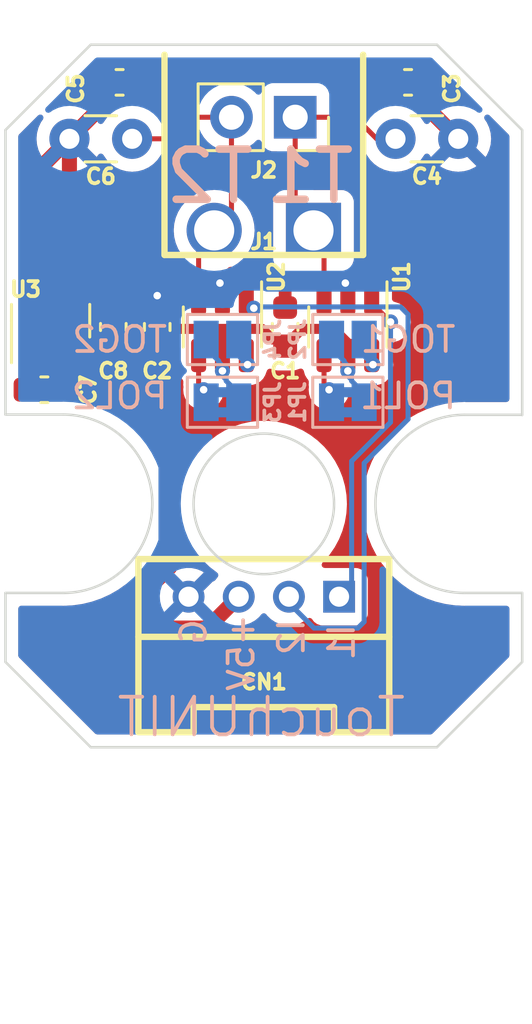
<source format=kicad_pcb>
(kicad_pcb (version 20211014) (generator pcbnew)
  (layers (0 "F.Cu" signal) (31 "B.Cu" signal) (34 "B.Paste" user) (35 "F.Paste" user) (36 "B.SilkS" user "B.Silkscreen") (37 "F.SilkS" user "F.Silkscreen") (38 "B.Mask" user) (39 "F.Mask" user) (44 "Edge.Cuts" user))
  (net 0 "")
  (net 1 "GND")
  (net 2 "VDD")
  (net 3 "/TOUCH1")
  (net 4 "/TOUCH2")
  (net 5 "/BTN1")
  (net 6 "/BTN2")
  (net 7 "Net-(JP1-Pad1)")
  (net 8 "Net-(JP2-Pad2)")
  (net 9 "Net-(JP3-Pad1)")
  (net 10 "Net-(JP4-Pad2)")
  (net 11 "+3V3")
  (footprint "akita:CON_GROVE_H" (layer "F.Cu") (at 0 22 180)
    (fp_text reference "CN1" (at -1 -3.75) (layer "F.SilkS") (effects (font (size 0.6 0.6)) (justify right bottom)))
    (fp_text value "CON_GROVE")
    (fp_line (start 2.8 -5.4) (end 5 -5.4) (layer "F.SilkS") (width 0.254))
    (fp_line (start 5 1.5) (end 5 -1.6) (layer "F.SilkS") (width 0.254))
    (fp_line (start 5 -1.6) (end 5 -5.4) (layer "F.SilkS") (width 0.254))
    (fp_line (start -5 -1.6) (end 5 -1.6) (layer "F.SilkS") (width 0.254))
    (fp_line (start -5 -5.4) (end -5 -1.6) (layer "F.SilkS") (width 0.254))
    (fp_line (start -2.8 -5.4) (end -2.8 -4.4) (layer "F.SilkS") (width 0.254))
    (fp_line (start -5 -1.6) (end -5 1.5) (layer "F.SilkS") (width 0.254))
    (fp_line (start -5 -5.4) (end -2.8 -5.4) (layer "F.SilkS") (width 0.254))
    (fp_line (start 2.8 -4.4) (end 2.8 -5.4) (layer "F.SilkS") (width 0.254))
    (fp_line (start -5 1.5) (end 5 1.5) (layer "F.SilkS") (width 0.254))
    (fp_line (start -5 -1) (end -5 1) (layer "F.SilkS") (width 0.127))
    (fp_line (start -2.8 -4.4) (end 2.8 -4.4) (layer "F.SilkS") (width 0.254))
    (pad "1" thru_hole rect (at -3 0 180) (size 1.27 1.27) (drill 0.8) (layers *.Cu *.Mask) (net 5 "/BTN1"))
    (pad "2" thru_hole circle (at -1 0 180) (size 1.27 1.27) (drill 0.8) (layers *.Cu *.Mask) (net 6 "/BTN2"))
    (pad "3" thru_hole circle (at 1 0 180) (size 1.27 1.27) (drill 0.8) (layers *.Cu *.Mask) (net 2 "VDD"))
    (pad "4" thru_hole circle (at 3 0 180) (size 1.27 1.27) (drill 0.8) (layers *.Cu *.Mask) (net 1 "GND"))
  )
  (footprint "Capacitor_SMD:C_0603_1608Metric" (layer "F.Cu") (at -4.25 11.25 90)
    (fp_text reference "C2" (at -1.75 0 180) (layer "F.SilkS") (effects (font (size 0.6 0.6))))
    (fp_text value "0.1u")
    (fp_line (start -0.14058 -0.51) (end 0.14058 -0.51) (layer "F.SilkS") (width 0.12))
    (fp_line (start -0.14058 0.51) (end 0.14058 0.51) (layer "F.SilkS") (width 0.12))
    (pad "1" smd roundrect locked (at -0.775 0 90) (size 0.9 0.95) (layers "F.Cu" "F.Paste" "F.Mask") (net 11 "+3V3"))
    (pad "2" smd roundrect locked (at 0.775 0 90) (size 0.9 0.95) (layers "F.Cu" "F.Paste" "F.Mask") (net 1 "GND"))
  )
  (footprint "Capacitor_SMD:C_0603_1608Metric" (layer "F.Cu") (at -6 11.25 90)
    (fp_text reference "C8" (at -1.75 0 180) (layer "F.SilkS") (effects (font (size 0.6 0.6))))
    (fp_text value "10u")
    (fp_line (start -0.14058 -0.51) (end 0.14058 -0.51) (layer "F.SilkS") (width 0.12))
    (fp_line (start -0.14058 0.51) (end 0.14058 0.51) (layer "F.SilkS") (width 0.12))
    (pad "1" smd roundrect locked (at -0.775 0 90) (size 0.9 0.95) (layers "F.Cu" "F.Paste" "F.Mask") (net 11 "+3V3"))
    (pad "2" smd roundrect locked (at 0.775 0 90) (size 0.9 0.95) (layers "F.Cu" "F.Paste" "F.Mask") (net 1 "GND"))
  )
  (footprint "Package_TO_SOT_SMD:SOT-23-6" (layer "F.Cu") (at 3.35 11.25 -90)
    (fp_text reference "U1" (at -2 -2.15 -90) (layer "F.SilkS") (effects (font (size 0.6 0.6))))
    (fp_text value "TTP223")
    (fp_line (start 0 -1.56) (end 0.8 -1.56) (layer "F.SilkS") (width 0.12))
    (fp_line (start 0 1.56) (end 0.8 1.56) (layer "F.SilkS") (width 0.12))
    (fp_line (start 0 -1.56) (end -1.8 -1.56) (layer "F.SilkS") (width 0.12))
    (fp_line (start 0 1.56) (end -0.8 1.56) (layer "F.SilkS") (width 0.12))
    (pad "1" smd roundrect locked (at -1.1375 -0.95 270) (size 1.325 0.6) (layers "F.Cu" "F.Paste" "F.Mask") (net 5 "/BTN1"))
    (pad "2" smd roundrect locked (at -1.1375 0 270) (size 1.325 0.6) (layers "F.Cu" "F.Paste" "F.Mask") (net 1 "GND"))
    (pad "3" smd roundrect locked (at -1.1375 0.95 270) (size 1.325 0.6) (layers "F.Cu" "F.Paste" "F.Mask") (net 3 "/TOUCH1"))
    (pad "4" smd roundrect locked (at 1.1375 0.95 270) (size 1.325 0.6) (layers "F.Cu" "F.Paste" "F.Mask") (net 7 "Net-(JP1-Pad1)"))
    (pad "5" smd roundrect locked (at 1.1375 0 270) (size 1.325 0.6) (layers "F.Cu" "F.Paste" "F.Mask") (net 11 "+3V3"))
    (pad "6" smd roundrect locked (at 1.1375 -0.95 270) (size 1.325 0.6) (layers "F.Cu" "F.Paste" "F.Mask") (net 8 "Net-(JP2-Pad2)"))
  )
  (footprint "Capacitor_SMD:C_0603_1608Metric" (layer "F.Cu") (at 5.75 1.5)
    (fp_text reference "C3" (at 1.75 0.25 90) (layer "F.SilkS") (effects (font (size 0.6 0.6))))
    (fp_text value "TBD")
    (fp_line (start -0.14058 -0.51) (end 0.14058 -0.51) (layer "F.SilkS") (width 0.12))
    (fp_line (start -0.14058 0.51) (end 0.14058 0.51) (layer "F.SilkS") (width 0.12))
    (pad "1" smd roundrect locked (at -0.775 0) (size 0.9 0.95) (layers "F.Cu" "F.Paste" "F.Mask") (net 3 "/TOUCH1"))
    (pad "2" smd roundrect locked (at 0.775 0) (size 0.9 0.95) (layers "F.Cu" "F.Paste" "F.Mask") (net 1 "GND"))
  )
  (footprint "Capacitor_SMD:C_0603_1608Metric" (layer "F.Cu") (at 0.85 11.25 90)
    (fp_text reference "C1" (at -1.75 0 180) (layer "F.SilkS") (effects (font (size 0.6 0.6))))
    (fp_text value "0.1u")
    (fp_line (start -0.14058 -0.51) (end 0.14058 -0.51) (layer "F.SilkS") (width 0.12))
    (fp_line (start -0.14058 0.51) (end 0.14058 0.51) (layer "F.SilkS") (width 0.12))
    (pad "1" smd roundrect locked (at -0.775 0 90) (size 0.9 0.95) (layers "F.Cu" "F.Paste" "F.Mask") (net 11 "+3V3"))
    (pad "2" smd roundrect locked (at 0.775 0 90) (size 0.9 0.95) (layers "F.Cu" "F.Paste" "F.Mask") (net 1 "GND"))
  )
  (footprint "akita:CON_HT396R_2P" (layer "F.Cu") (at 0 7.4 180)
    (fp_text reference "J1" (at 0 -0.1) (layer "F.SilkS") (effects (font (size 0.6 0.6)) (justify top)))
    (fp_text value "Conn_01x02" hide)
    (fp_line (start 3.96 -0.98) (end 3.96 7) (layer "F.SilkS") (width 0.254))
    (fp_line (start -3.96 7) (end -3.96 -0.98) (layer "F.SilkS") (width 0.254))
    (fp_line (start -3.96 -0.98) (end 3.96 -0.98) (layer "F.SilkS") (width 0.254))
    (pad "1" thru_hole rect (at -1.98 0 180) (size 2.2 2.2) (drill 1.6) (layers *.Cu *.Mask) (net 3 "/TOUCH1"))
    (pad "2" thru_hole circle (at 1.98 0 180) (size 2.2 2.2) (drill 1.6) (layers *.Cu *.Mask) (net 4 "/TOUCH2"))
  )
  (footprint "Capacitor_SMD:C_0603_1608Metric" (layer "F.Cu") (at -5.75 1.5 180)
    (fp_text reference "C5" (at 1.75 -0.25 90) (layer "F.SilkS") (effects (font (size 0.6 0.6))))
    (fp_text value "TBD")
    (fp_line (start -0.14058 0.51) (end 0.14058 0.51) (layer "F.SilkS") (width 0.12))
    (fp_line (start -0.14058 -0.51) (end 0.14058 -0.51) (layer "F.SilkS") (width 0.12))
    (pad "1" smd roundrect locked (at -0.775 0 180) (size 0.9 0.95) (layers "F.Cu" "F.Paste" "F.Mask") (net 4 "/TOUCH2"))
    (pad "2" smd roundrect locked (at 0.775 0 180) (size 0.9 0.95) (layers "F.Cu" "F.Paste" "F.Mask") (net 1 "GND"))
  )
  (footprint "Package_TO_SOT_SMD:SOT-23" (layer "F.Cu") (at -8.5 11 90)
    (fp_text reference "U3" (at 1.25 -1 180) (layer "F.SilkS") (effects (font (size 0.6 0.6))))
    (fp_text value "LDO_3p_GOI")
    (fp_line (start 0 1.56) (end -0.65 1.56) (layer "F.SilkS") (width 0.12))
    (fp_line (start 0 -1.56) (end -1.675 -1.56) (layer "F.SilkS") (width 0.12))
    (fp_line (start 0 -1.56) (end 0.65 -1.56) (layer "F.SilkS") (width 0.12))
    (fp_line (start 0 1.56) (end 0.65 1.56) (layer "F.SilkS") (width 0.12))
    (pad "1" smd roundrect locked (at -0.9375 -0.95 90) (size 1.475 0.6) (layers "F.Cu" "F.Paste" "F.Mask") (net 1 "GND"))
    (pad "2" smd roundrect locked (at -0.9375 0.95 90) (size 1.475 0.6) (layers "F.Cu" "F.Paste" "F.Mask") (net 11 "+3V3"))
    (pad "3" smd roundrect locked (at 0.9375 0 90) (size 1.475 0.6) (layers "F.Cu" "F.Paste" "F.Mask") (net 2 "VDD"))
  )
  (footprint "Capacitor_SMD:C_0603_1608Metric" (layer "F.Cu") (at -8.75 13.75 180)
    (fp_text reference "C7" (at -1.75 0 90) (layer "F.SilkS") (effects (font (size 0.6 0.6))))
    (fp_text value "0.1u")
    (fp_line (start -0.14058 -0.51) (end 0.14058 -0.51) (layer "F.SilkS") (width 0.12))
    (fp_line (start -0.14058 0.51) (end 0.14058 0.51) (layer "F.SilkS") (width 0.12))
    (pad "1" smd roundrect locked (at -0.775 0 180) (size 0.9 0.95) (layers "F.Cu" "F.Paste" "F.Mask") (net 2 "VDD"))
    (pad "2" smd roundrect locked (at 0.775 0 180) (size 0.9 0.95) (layers "F.Cu" "F.Paste" "F.Mask") (net 1 "GND"))
  )
  (footprint "Package_TO_SOT_SMD:SOT-23-6" (layer "F.Cu") (at -1.65 11.25 -90)
    (fp_text reference "U2" (at -2 -2.15 90) (layer "F.SilkS") (effects (font (size 0.6 0.6))))
    (fp_text value "TTP223")
    (fp_line (start 0 -1.56) (end -1.8 -1.56) (layer "F.SilkS") (width 0.12))
    (fp_line (start 0 1.56) (end 0.8 1.56) (layer "F.SilkS") (width 0.12))
    (fp_line (start 0 -1.56) (end 0.8 -1.56) (layer "F.SilkS") (width 0.12))
    (fp_line (start 0 1.56) (end -0.8 1.56) (layer "F.SilkS") (width 0.12))
    (pad "1" smd roundrect locked (at -1.1375 -0.95 270) (size 1.325 0.6) (layers "F.Cu" "F.Paste" "F.Mask") (net 6 "/BTN2"))
    (pad "2" smd roundrect locked (at -1.1375 0 270) (size 1.325 0.6) (layers "F.Cu" "F.Paste" "F.Mask") (net 1 "GND"))
    (pad "3" smd roundrect locked (at -1.1375 0.95 270) (size 1.325 0.6) (layers "F.Cu" "F.Paste" "F.Mask") (net 4 "/TOUCH2"))
    (pad "4" smd roundrect locked (at 1.1375 0.95 270) (size 1.325 0.6) (layers "F.Cu" "F.Paste" "F.Mask") (net 9 "Net-(JP3-Pad1)"))
    (pad "5" smd roundrect locked (at 1.1375 0 270) (size 1.325 0.6) (layers "F.Cu" "F.Paste" "F.Mask") (net 11 "+3V3"))
    (pad "6" smd roundrect locked (at 1.1375 -0.95 270) (size 1.325 0.6) (layers "F.Cu" "F.Paste" "F.Mask") (net 10 "Net-(JP4-Pad2)"))
  )
  (footprint "Connector_PinSocket_2.54mm:PinSocket_1x02_P2.54mm_Vertical" (layer "F.Cu") (at 1.25 2.89 -90)
    (fp_text reference "J2" (at 2.11 1.25 180) (layer "F.SilkS") (effects (font (size 0.6 0.6))))
    (fp_text value "Conn_01x02")
    (fp_line (start 0 -1.33) (end 1.33 -1.33) (layer "F.SilkS") (width 0.12))
    (fp_line (start 1.33 -1.33) (end 1.33 0) (layer "F.SilkS") (width 0.12))
    (fp_line (start -1.33 1.27) (end 1.33 1.27) (layer "F.SilkS") (width 0.12))
    (fp_line (start 1.33 1.27) (end 1.33 3.87) (layer "F.SilkS") (width 0.12))
    (fp_line (start -1.33 1.27) (end -1.33 3.87) (layer "F.SilkS") (width 0.12))
    (fp_line (start -1.33 3.87) (end 1.33 3.87) (layer "F.SilkS") (width 0.12))
    (pad "1" thru_hole rect locked (at 0 0 270) (size 1.7 1.7) (drill 1) (layers *.Cu *.Mask) (net 3 "/TOUCH1"))
    (pad "2" thru_hole oval locked (at 0 2.54 270) (size 1.7 1.7) (drill 1) (layers *.Cu *.Mask) (net 4 "/TOUCH2"))
  )
  (footprint "Capacitor_THT:C_Disc_D3.0mm_W1.6mm_P2.50mm" (layer "F.Cu") (at 5.25 3.75)
    (fp_text reference "C4" (at 1.25 1.5 180) (layer "F.SilkS") (effects (font (size 0.6 0.6))))
    (fp_text value "TBD")
    (fp_line (start 0.621 0.92) (end 1.879 0.92) (layer "F.SilkS") (width 0.12))
    (fp_line (start 0.621 -0.92) (end 1.879 -0.92) (layer "F.SilkS") (width 0.12))
    (pad "1" thru_hole circle locked (at 0 0) (size 1.6 1.6) (drill 0.8) (layers *.Cu *.Mask) (net 3 "/TOUCH1"))
    (pad "2" thru_hole circle locked (at 2.5 0) (size 1.6 1.6) (drill 0.8) (layers *.Cu *.Mask) (net 1 "GND"))
  )
  (footprint "Capacitor_THT:C_Disc_D3.0mm_W1.6mm_P2.50mm" (layer "F.Cu") (at -5.25 3.75 180)
    (fp_text reference "C6" (at 1.25 -1.5 180) (layer "F.SilkS") (effects (font (size 0.6 0.6))))
    (fp_text value "TBD")
    (fp_line (start 0.621 0.92) (end 1.879 0.92) (layer "F.SilkS") (width 0.12))
    (fp_line (start 0.621 -0.92) (end 1.879 -0.92) (layer "F.SilkS") (width 0.12))
    (pad "1" thru_hole circle locked (at 0 0 180) (size 1.6 1.6) (drill 0.8) (layers *.Cu *.Mask) (net 4 "/TOUCH2"))
    (pad "2" thru_hole circle locked (at 2.5 0 180) (size 1.6 1.6) (drill 0.8) (layers *.Cu *.Mask) (net 1 "GND"))
  )
  (footprint "Jumper:SolderJumper-2_P1.3mm_Bridged2Bar_Pad1.0x1.5mm" (layer "B.Cu") (at 3.35 14.25)
    (fp_text reference "JP1" (at -2 0 90) (layer "B.SilkS") (effects (font (size 0.6 0.6)) (justify mirror)))
    (fp_text value "Jumper_2_Bridged")
    (fp_poly (pts (xy -0.25 0.6) (xy 0.25 0.6) (xy 0.25 0.2) (xy -0.25 0.2)) (layer "B.Cu") (width 0) (fill solid))
    (fp_poly (pts (xy -0.25 -0.2) (xy 0.25 -0.2) (xy 0.25 -0.6) (xy -0.25 -0.6)) (layer "B.Cu") (width 0) (fill solid))
    (fp_line (start -1.4 1) (end 1.4 1) (layer "B.SilkS") (width 0.12))
    (fp_line (start 1.4 -1) (end -1.4 -1) (layer "B.SilkS") (width 0.12))
    (fp_line (start 1.4 1) (end 1.4 -1) (layer "B.SilkS") (width 0.12))
    (fp_line (start -1.4 -1) (end -1.4 1) (layer "B.SilkS") (width 0.12))
    (pad "1" smd rect locked (at -0.65 0) (size 1 1.5) (layers "B.Cu" "B.Mask") (net 7 "Net-(JP1-Pad1)"))
    (pad "2" smd rect locked (at 0.65 0) (size 1 1.5) (layers "B.Cu" "B.Mask") (net 11 "+3V3"))
  )
  (footprint "Jumper:SolderJumper-2_P1.3mm_Open_Pad1.0x1.5mm" (layer "B.Cu") (at -1.65 11.75)
    (fp_text reference "JP4" (at 2 0 90) (layer "B.SilkS") (effects (font (size 0.6 0.6)) (justify mirror)))
    (fp_text value "Jumper_2_Open")
    (fp_line (start 1.4 1) (end 1.4 -1) (layer "B.SilkS") (width 0.12))
    (fp_line (start -1.4 1) (end 1.4 1) (layer "B.SilkS") (width 0.12))
    (fp_line (start 1.4 -1) (end -1.4 -1) (layer "B.SilkS") (width 0.12))
    (fp_line (start -1.4 -1) (end -1.4 1) (layer "B.SilkS") (width 0.12))
    (pad "1" smd rect locked (at -0.65 0) (size 1 1.5) (layers "B.Cu" "B.Mask") (net 11 "+3V3"))
    (pad "2" smd rect locked (at 0.65 0) (size 1 1.5) (layers "B.Cu" "B.Mask") (net 10 "Net-(JP4-Pad2)"))
  )
  (footprint "Jumper:SolderJumper-2_P1.3mm_Open_Pad1.0x1.5mm" (layer "B.Cu") (at 3.35 11.75)
    (fp_text reference "JP2" (at -2 0 90) (layer "B.SilkS") (effects (font (size 0.6 0.6)) (justify mirror)))
    (fp_text value "Jumper_2_Open")
    (fp_line (start -1.4 1) (end 1.4 1) (layer "B.SilkS") (width 0.12))
    (fp_line (start 1.4 -1) (end -1.4 -1) (layer "B.SilkS") (width 0.12))
    (fp_line (start 1.4 1) (end 1.4 -1) (layer "B.SilkS") (width 0.12))
    (fp_line (start -1.4 -1) (end -1.4 1) (layer "B.SilkS") (width 0.12))
    (pad "1" smd rect locked (at -0.65 0) (size 1 1.5) (layers "B.Cu" "B.Mask") (net 11 "+3V3"))
    (pad "2" smd rect locked (at 0.65 0) (size 1 1.5) (layers "B.Cu" "B.Mask") (net 8 "Net-(JP2-Pad2)"))
  )
  (footprint "Jumper:SolderJumper-2_P1.3mm_Bridged2Bar_Pad1.0x1.5mm" (layer "B.Cu") (at -1.65 14.25)
    (fp_text reference "JP3" (at 2 0 90) (layer "B.SilkS") (effects (font (size 0.6 0.6)) (justify mirror)))
    (fp_text value "Jumper_2_Bridged")
    (fp_poly (pts (xy -0.25 0.6) (xy 0.25 0.6) (xy 0.25 0.2) (xy -0.25 0.2)) (layer "B.Cu") (width 0) (fill solid))
    (fp_poly (pts (xy -0.25 -0.2) (xy 0.25 -0.2) (xy 0.25 -0.6) (xy -0.25 -0.6)) (layer "B.Cu") (width 0) (fill solid))
    (fp_line (start -1.4 1) (end 1.4 1) (layer "B.SilkS") (width 0.12))
    (fp_line (start -1.4 -1) (end -1.4 1) (layer "B.SilkS") (width 0.12))
    (fp_line (start 1.4 1) (end 1.4 -1) (layer "B.SilkS") (width 0.12))
    (fp_line (start 1.4 -1) (end -1.4 -1) (layer "B.SilkS") (width 0.12))
    (pad "1" smd rect locked (at -0.65 0) (size 1 1.5) (layers "B.Cu" "B.Mask") (net 9 "Net-(JP3-Pad1)"))
    (pad "2" smd rect locked (at 0.65 0) (size 1 1.5) (layers "B.Cu" "B.Mask") (net 11 "+3V3"))
  )
  (gr_line (start -10.3 24.6) (end -10.3 21.85) (layer "Edge.Cuts") (width 0.1))
  (gr_line (start -10.3 14.74) (end -8 14.74) (layer "Edge.Cuts") (width 0.1))
  (gr_line (start 10.3 21.85) (end 10.3 24.6) (layer "Edge.Cuts") (width 0.1))
  (gr_line (start -6.9 0) (end 6.9 0) (layer "Edge.Cuts") (width 0.1))
  (gr_line (start -10.3 3.4) (end -6.9 0) (layer "Edge.Cuts") (width 0.1))
  (gr_line (start -10.3 14.74) (end -10.3 3.4) (layer "Edge.Cuts") (width 0.1))
  (gr_line (start -10.3 24.6) (end -6.9 28) (layer "Edge.Cuts") (width 0.1))
  (gr_line (start -6.9 28) (end 6.9 28) (layer "Edge.Cuts") (width 0.1))
  (gr_line (start 10.3 3.4) (end 6.9 0) (layer "Edge.Cuts") (width 0.1))
  (gr_arc (start -8 14.74) (mid -4.445 18.295) (end -8 21.85) (layer "Edge.Cuts") (width 0.1))
  (gr_line (start -10.3 21.85) (end -8 21.85) (layer "Edge.Cuts") (width 0.1))
  (gr_circle (center 0 18.3) (end 2.8 18.3) (layer "Edge.Cuts") (width 0.1) (fill none))
  (gr_line (start 8 21.85) (end 10.3 21.85) (layer "Edge.Cuts") (width 0.1))
  (gr_line (start 8 14.75) (end 10.3 14.75) (layer "Edge.Cuts") (width 0.1))
  (gr_line (start 10.3 14.76) (end 10.3 3.4) (layer "Edge.Cuts") (width 0.1))
  (gr_line (start 6.9 28) (end 10.3 24.6) (layer "Edge.Cuts") (width 0.1))
  (gr_arc (start 8 21.85) (mid 4.45 18.3) (end 8 14.75) (layer "Edge.Cuts") (width 0.1))
  (gr_text "T2" (at -0.25 5.25) (layer "B.SilkS") (effects (font (size 2 2) (thickness 0.3)) (justify left mirror)))
  (gr_text "POL2" (at -5.75 14) (layer "B.SilkS") (effects (font (size 1 1)) (justify mirror)))
  (gr_text "G" (at -2.8 22.8 90) (layer "B.SilkS") (effects (font (size 1 1)) (justify left mirror)))
  (gr_text "T1" (at 3.75 5.25) (layer "B.SilkS") (effects (font (size 2 2) (thickness 0.3)) (justify left mirror)))
  (gr_text "I2" (at 1.1 22.8 90) (layer "B.SilkS") (effects (font (size 1 1)) (justify left mirror)))
  (gr_text "TOG1\n" (at 5.75 11.75) (layer "B.SilkS") (effects (font (size 1 1)) (justify mirror)))
  (gr_text "TouchUNIT" (at -0.1 26.8) (layer "B.SilkS") (effects (font (size 1.5 1.5)) (justify mirror)))
  (gr_text "+5V" (at -0.9 22.6 90) (layer "B.SilkS") (effects (font (size 1 1)) (justify left mirror)))
  (gr_text "POL1" (at 5.75 14) (layer "B.SilkS") (effects (font (size 1 1)) (justify mirror)))
  (gr_text "I1" (at 3.1 23 90) (layer "B.SilkS") (effects (font (size 1 1)) (justify left mirror)))
  (gr_text "TOG2\n" (at -5.75 11.75) (layer "B.SilkS") (effects (font (size 1 1)) (justify mirror)))
  (segment (start -7.75 8.725) (end -7.75 3.75) (width 0.6) (layer "F.Cu") (net 1))
  (segment (start -6 10.475) (end -7.75 8.725) (width 0.6) (layer "F.Cu") (net 1))
  (segment (start 0.30048 9.05048) (end -1.30048 9.05048) (width 0.4) (layer "F.Cu") (net 1))
  (segment (start -6 10.475) (end -4.25 10.475) (width 0.6) (layer "F.Cu") (net 1))
  (segment (start -9.45 5.45) (end -7.75 3.75) (width 0.6) (layer "F.Cu") (net 1))
  (segment (start 0.85 9.6) (end 0.30048 9.05048) (width 0.4) (layer "F.Cu") (net 1))
  (segment (start -9.45 11.9375) (end -9.45 5.45) (width 0.6) (layer "F.Cu") (net 1))
  (segment (start -6.525 1.5) (end -6.525 2.525) (width 0.6) (layer "F.Cu") (net 1))
  (segment (start -1.65 9.6) (end -1.75 9.5) (width 0.2) (layer "F.Cu") (net 1))
  (segment (start -1.30048 9.05048) (end -1.75 9.5) (width 0.4) (layer "F.Cu") (net 1))
  (segment (start -6.525 2.525) (end -7.75 3.75) (width 0.6) (layer "F.Cu") (net 1))
  (segment (start 3.35 9.6) (end 3.25 9.5) (width 0.2) (layer "F.Cu") (net 1))
  (segment (start -9.45 13.675) (end -9.525 13.75) (width 0.6) (layer "F.Cu") (net 1))
  (segment (start 6.525 2.525) (end 7.75 3.75) (width 0.6) (layer "F.Cu") (net 1))
  (segment (start 6.525 1.5) (end 6.525 2.525) (width 0.6) (layer "F.Cu") (net 1))
  (segment (start -9.45 11.9375) (end -9.45 13.675) (width 0.6) (layer "F.Cu") (net 1))
  (segment (start -1.65 10.1125) (end -1.65 9.6) (width 0.2) (layer "F.Cu") (net 1))
  (segment (start 0.85 10.475) (end 0.85 9.6) (width 0.4) (layer "F.Cu") (net 1))
  (segment (start 3.35 10.1125) (end 3.35 9.6) (width 0.2) (layer "F.Cu") (net 1))
  (via (at -1.75 9.5) (size 0.6) (drill 0.3) (layers "F.Cu" "B.Cu") (net 1))
  (via (at -4.25 10) (size 0.6) (drill 0.3) (layers "F.Cu" "B.Cu") (net 1))
  (via (at 3.25 9.5) (size 0.6) (drill 0.3) (layers "F.Cu" "B.Cu") (net 1))
  (segment (start -1.75 9.5) (end -3.75 9.5) (width 0.6) (layer "B.Cu") (net 1))
  (segment (start -4.25 10) (end -4 10.25) (width 0.4) (layer "B.Cu") (net 1))
  (segment (start -3.75 9.5) (end -4.25 10) (width 0.6) (layer "B.Cu") (net 1))
  (segment (start -4 10.25) (end -4 21) (width 0.4) (layer "B.Cu") (net 1))
  (segment (start -4 21) (end -3 22) (width 0.4) (layer "B.Cu") (net 1))
  (segment (start 3.25 9.5) (end -1.75 9.5) (width 0.6) (layer "B.Cu") (net 1))
  (segment (start -8.5 10.0625) (end -8.5 13.225) (width 0.6) (layer "F.Cu") (net 2))
  (segment (start -1 22) (end -2.25 23.25) (width 0.6) (layer "F.Cu") (net 2))
  (segment (start -4.5 21.572779) (end -3.75 20.822779) (width 0.6) (layer "F.Cu") (net 2))
  (segment (start -4.5 22.5) (end -4.5 21.572779) (width 0.6) (layer "F.Cu") (net 2))
  (segment (start -6.25 13.75) (end -7.975 13.75) (width 0.6) (layer "F.Cu") (net 2))
  (segment (start -3.75 16.25) (end -6.25 13.75) (width 0.6) (layer "F.Cu") (net 2))
  (segment (start -3.75 23.25) (end -4.5 22.5) (width 0.6) (layer "F.Cu") (net 2))
  (segment (start -3.75 20.822779) (end -3.75 16.25) (width 0.6) (layer "F.Cu") (net 2))
  (segment (start -8.5 13.225) (end -7.975 13.75) (width 0.6) (layer "F.Cu") (net 2))
  (segment (start -2.25 23.25) (end -3.75 23.25) (width 0.6) (layer "F.Cu") (net 2))
  (segment (start 1.25 2.89) (end 1.25 6.67) (width 0.2) (layer "F.Cu") (net 3))
  (segment (start 4.5 3.75) (end 5.25 3.75) (width 0.2) (layer "F.Cu") (net 3))
  (segment (start 1.25 2.89) (end 3.585 2.89) (width 0.2) (layer "F.Cu") (net 3))
  (segment (start 1.25 6.67) (end 1.98 7.4) (width 0.2) (layer "F.Cu") (net 3))
  (segment (start 3.64 2.89) (end 4.5 3.75) (width 0.2) (layer "F.Cu") (net 3))
  (segment (start 3.585 2.89) (end 3.64 2.89) (width 0.2) (layer "F.Cu") (net 3))
  (segment (start 2.4 7.82) (end 1.98 7.4) (width 0.2) (layer "F.Cu") (net 3))
  (segment (start 3.585 2.89) (end 4.975 1.5) (width 0.2) (layer "F.Cu") (net 3))
  (segment (start 2.4 10.1125) (end 2.4 7.82) (width 0.2) (layer "F.Cu") (net 3))
  (segment (start -1.29 2.89) (end -1.29 6.71) (width 0.2) (layer "F.Cu") (net 4))
  (segment (start -3.585 2.89) (end -3.585 3.335) (width 0.2) (layer "F.Cu") (net 4))
  (segment (start -2.6 10.1125) (end -2.6 8.02) (width 0.2) (layer "F.Cu") (net 4))
  (segment (start -2.6 8.02) (end -1.98 7.4) (width 0.2) (layer "F.Cu") (net 4))
  (segment (start -4.975 1.5) (end -3.585 2.89) (width 0.2) (layer "F.Cu") (net 4))
  (segment (start -4 3.75) (end -5.25 3.75) (width 0.2) (layer "F.Cu") (net 4))
  (segment (start -1.29 6.71) (end -1.98 7.4) (width 0.2) (layer "F.Cu") (net 4))
  (segment (start -3.585 3.335) (end -4 3.75) (width 0.2) (layer "F.Cu") (net 4))
  (segment (start -3.585 2.89) (end -1.29 2.89) (width 0.2) (layer "F.Cu") (net 4))
  (segment (start 4.3 10.1125) (end 4.3 10.297822) (width 0.2) (layer "F.Cu") (net 5))
  (segment (start 4.3 10.297822) (end 5.051089 11.048911) (width 0.2) (layer "F.Cu") (net 5))
  (via (at 5.051089 11.048911) (size 0.6) (drill 0.3) (layers "F.Cu" "B.Cu") (net 5))
  (segment (start 5.051089 11.048911) (end 5.051089 15.047933) (width 0.2) (layer "B.Cu") (net 5))
  (segment (start 3.5 16.599022) (end 3.5 21.5) (width 0.2) (layer "B.Cu") (net 5))
  (segment (start 3.5 21.5) (end 3 22) (width 0.2) (layer "B.Cu") (net 5))
  (segment (start 5.051089 15.047933) (end 3.5 16.599022) (width 0.2) (layer "B.Cu") (net 5))
  (segment (start -0.7 10.1125) (end -0.7 10.2) (width 0.2) (layer "F.Cu") (net 6))
  (segment (start -0.7 10.2) (end -0.4 10.5) (width 0.2) (layer "F.Cu") (net 6))
  (via (at -0.4 10.5) (size 0.6) (drill 0.3) (layers "F.Cu" "B.Cu") (net 6))
  (segment (start 4 23) (end 3.75 23.25) (width 0.2) (layer "B.Cu") (net 6))
  (segment (start -0.3494 10.4494) (end 5.4494 10.4494) (width 0.2) (layer "B.Cu") (net 6))
  (segment (start 5.75 14.924511) (end 4 16.674511) (width 0.2) (layer "B.Cu") (net 6))
  (segment (start 5.75 10.75) (end 5.75 14.924511) (width 0.2) (layer "B.Cu") (net 6))
  (segment (start 5.4494 10.4494) (end 5.75 10.75) (width 0.2) (layer "B.Cu") (net 6))
  (segment (start -0.4 10.5) (end -0.3494 10.4494) (width 0.2) (layer "B.Cu") (net 6))
  (segment (start 3.75 23.25) (end 2 23.25) (width 0.2) (layer "B.Cu") (net 6))
  (segment (start 4 16.674511) (end 4 23) (width 0.2) (layer "B.Cu") (net 6))
  (segment (start 2 23.25) (end 0.75 22) (width 0.2) (layer "B.Cu") (net 6))
  (segment (start 2.4 13.55) (end 2.6 13.75) (width 0.2) (layer "F.Cu") (net 7))
  (segment (start 2.4 12.3875) (end 2.4 13.55) (width 0.2) (layer "F.Cu") (net 7))
  (via (at 2.6 13.75) (size 0.6) (drill 0.3) (layers "F.Cu" "B.Cu") (net 7))
  (via (at 4.35 12.75) (size 0.6) (drill 0.3) (layers "F.Cu" "B.Cu") (net 8))
  (segment (start 4 12.4) (end 4.35 12.75) (width 0.2) (layer "B.Cu") (net 8))
  (segment (start 4 11.75) (end 4 12.4) (width 0.2) (layer "B.Cu") (net 8))
  (segment (start -2.6 12.3875) (end -2.6 13.55) (width 0.2) (layer "F.Cu") (net 9))
  (segment (start -2.6 13.55) (end -2.4 13.75) (width 0.2) (layer "F.Cu") (net 9))
  (via (at -2.4 13.75) (size 0.6) (drill 0.3) (layers "F.Cu" "B.Cu") (net 9))
  (segment (start -2.3 13.85) (end -2.4 13.75) (width 0.2) (layer "B.Cu") (net 9))
  (segment (start -2.3 14.25) (end -2.3 13.85) (width 0.2) (layer "B.Cu") (net 9))
  (via (at -0.65 12.75) (size 0.6) (drill 0.3) (layers "F.Cu" "B.Cu") (net 10))
  (segment (start -1 12.4) (end -0.65 12.75) (width 0.2) (layer "B.Cu") (net 10))
  (segment (start -1 11.75) (end -1 12.4) (width 0.2) (layer "B.Cu") (net 10))
  (segment (start 2.777618 11.32548) (end 3.35 11.897862) (width 0.4) (layer "F.Cu") (net 11))
  (segment (start -1.47548 11.32548) (end -3.55048 11.32548) (width 0.4) (layer "F.Cu") (net 11))
  (segment (start 1.52452 11.32548) (end 2.777618 11.32548) (width 0.4) (layer "F.Cu") (net 11))
  (segment (start 3.35 12.3875) (end 3.35 13) (width 0.2) (layer "F.Cu") (net 11))
  (segment (start 0.35 11.75) (end 1.1 11.75) (width 0.4) (layer "F.Cu") (net 11))
  (segment (start -3.55048 11.32548) (end -4.25 12.025) (width 0.4) (layer "F.Cu") (net 11))
  (segment (start -0.07452 11.32548) (end 0.35 11.75) (width 0.4) (layer "F.Cu") (net 11))
  (segment (start -6 12.025) (end -7.4625 12.025) (width 0.6) (layer "F.Cu") (net 11))
  (segment (start -1.65 11.5) (end -1.47548 11.32548) (width 0.4) (layer "F.Cu") (net 11))
  (segment (start 3.35 11.897862) (end 3.35 12.25) (width 0.4) (layer "F.Cu") (net 11))
  (segment (start -1.65 12.3875) (end -1.65 11.5) (width 0.4) (layer "F.Cu") (net 11))
  (segment (start -6 12.025) (end -4.25 12.025) (width 0.6) (layer "F.Cu") (net 11))
  (segment (start -7.4625 12.025) (end -7.55 11.9375) (width 0.6) (layer "F.Cu") (net 11))
  (segment (start 1.1 11.75) (end 1.52452 11.32548) (width 0.4) (layer "F.Cu") (net 11))
  (segment (start -1.65 12.3875) (end -1.65 13) (width 0.2) (layer "F.Cu") (net 11))
  (segment (start -1.47548 11.32548) (end -0.07452 11.32548) (width 0.4) (layer "F.Cu") (net 11))
  (via (at 3.35 13) (size 0.6) (drill 0.3) (layers "F.Cu" "B.Cu") (net 11))
  (via (at -1.65 13) (size 0.6) (drill 0.3) (layers "F.Cu" "B.Cu") (net 11))
  (segment (start 3.35 12.799511) (end 3.35 13) (width 0.2) (layer "B.Cu") (net 11))
  (segment (start -1 13.9) (end -1.500489 13.399511) (width 0.2) (layer "B.Cu") (net 11))
  (segment (start -1.65 13.200489) (end -1.65 13) (width 0.2) (layer "B.Cu") (net 11))
  (segment (start 2.7 12.1) (end 3.200489 12.600489) (width 0.2) (layer "B.Cu") (net 11))
  (segment (start -1.500489 13.35) (end -1.65 13.200489) (width 0.2) (layer "B.Cu") (net 11))
  (segment (start 2.7 11.75) (end 2.7 12.1) (width 0.2) (layer "B.Cu") (net 11))
  (segment (start -1.500489 13.399511) (end -1.500489 13.35) (width 0.2) (layer "B.Cu") (net 11))
  (segment (start 3.499511 13.399511) (end 3.499511 13.35) (width 0.2) (layer "B.Cu") (net 11))
  (segment (start -1.65 12.799511) (end -1.65 13) (width 0.2) (layer "B.Cu") (net 11))
  (segment (start 3.200489 12.65) (end 3.35 12.799511) (width 0.2) (layer "B.Cu") (net 11))
  (segment (start 3.35 13.200489) (end 3.35 13) (width 0.2) (layer "B.Cu") (net 11))
  (segment (start -1.799511 12.65) (end -1.65 12.799511) (width 0.2) (layer "B.Cu") (net 11))
  (segment (start -1 14.25) (end -1 13.9) (width 0.2) (layer "B.Cu") (net 11))
  (segment (start -1.799511 12.600489) (end -1.799511 12.65) (width 0.2) (layer "B.Cu") (net 11))
  (segment (start 3.200489 12.600489) (end 3.200489 12.65) (width 0.2) (layer "B.Cu") (net 11))
  (segment (start 3.499511 13.35) (end 3.35 13.200489) (width 0.2) (layer "B.Cu") (net 11))
  (segment (start 4 14.25) (end 4 13.9) (width 0.2) (layer "B.Cu") (net 11))
  (segment (start -2.3 12.1) (end -1.799511 12.600489) (width 0.2) (layer "B.Cu") (net 11))
  (segment (start -2.3 11.75) (end -2.3 12.1) (width 0.2) (layer "B.Cu") (net 11))
  (segment (start 4 13.9) (end 3.499511 13.399511) (width 0.2) (layer "B.Cu") (net 11))
  (zone (net 1) (net_name "GND") (layer "F.Cu") (connect_pads (clearance 0.508)) (min_thickness 0.254) (fill yes (thermal_gap 0.508) (thermal_bridge_width 0.508))
    (polygon (pts (xy 10.7 28) (xy -10.3 28) (xy -10.3 0) (xy 10.7 0)))
  )
  (zone (net 1) (net_name "GND") (layer "B.Cu") (connect_pads (clearance 0.508)) (min_thickness 0.254) (fill yes (thermal_gap 0.508) (thermal_bridge_width 0.508))
    (polygon (pts (xy 10.7 28) (xy -10.3 28) (xy -10.3 0) (xy 10.7 0)))
  )
)
</source>
